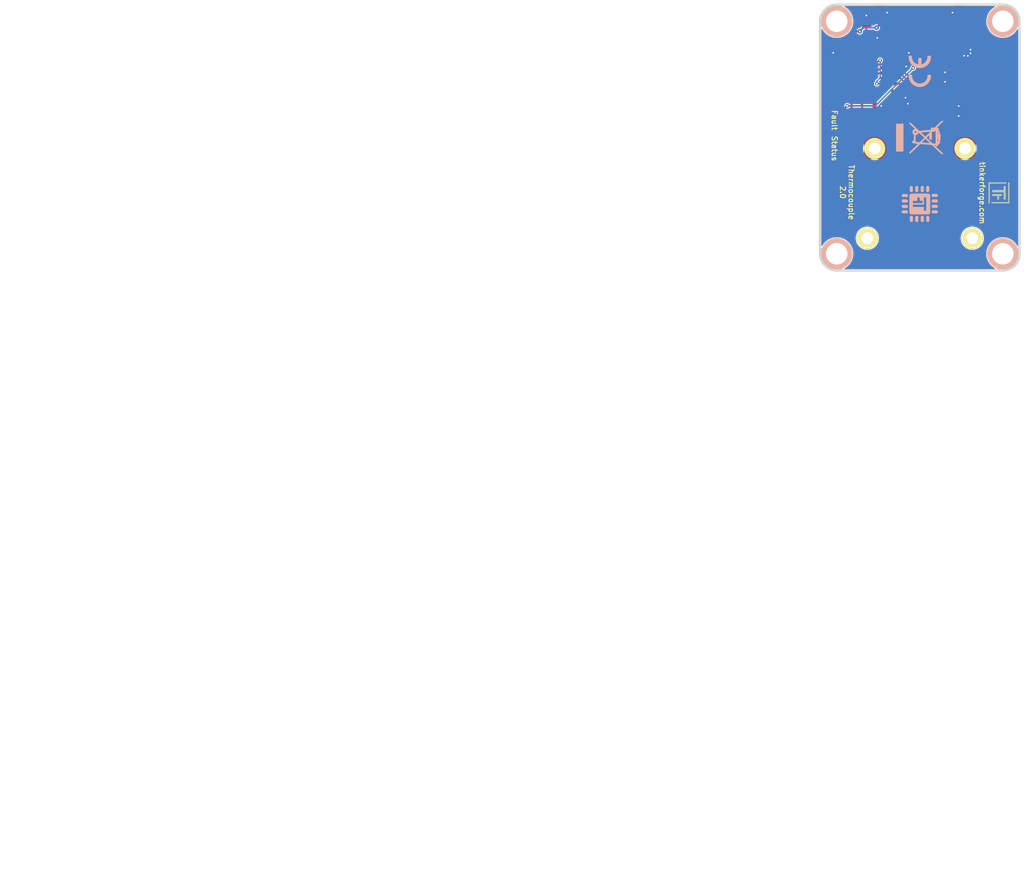
<source format=kicad_pcb>
(kicad_pcb (version 20211014) (generator pcbnew)
  (title_block (title "Thermocouple Bricklet 2.0") (date "2023-01-27") (rev "2.0") (company "Tinkerforge GmbH") (comment 1 "Licensed under CERN OHL v.1.1") (comment 2 "Copyright (©) 2023, T.Schneidermann <tim@tinkerforge.com>"))
  (layers (0 "F.Cu" signal "Vorderseite") (31 "B.Cu" signal "Rückseite") (34 "B.Paste" user) (35 "F.Paste" user) (36 "B.SilkS" user "B.Silkscreen") (37 "F.SilkS" user "F.Silkscreen") (38 "B.Mask" user) (39 "F.Mask" user) (44 "Edge.Cuts" user))
  (net 0 "")
  (net 1 "GND")
  (net 2 "VCC")
  (net 3 "Net-(C104-Pad1)")
  (net 4 "Net-(C105-Pad1)")
  (net 5 "Net-(D101-Pad1)")
  (net 6 "Net-(D101-Pad2)")
  (net 7 "Net-(J101-Pad2)")
  (net 8 "Net-(R102-Pad2)")
  (net 9 "Net-(RP101-Pad1)")
  (net 10 "Net-(RP101-Pad2)")
  (net 11 "Net-(RP101-Pad3)")
  (net 12 "Net-(RP101-Pad4)")
  (net 13 "Net-(J101-Pad1)")
  (net 14 "Net-(C1-Pad1)")
  (net 15 "Net-(D1-Pad2)")
  (net 16 "Net-(P1-Pad1)")
  (net 17 "Net-(P1-Pad4)")
  (net 18 "Net-(P1-Pad5)")
  (net 19 "Net-(P1-Pad6)")
  (net 20 "Net-(P2-Pad1)")
  (net 21 "Net-(P3-Pad2)")
  (net 22 "Net-(R1-Pad1)")
  (net 23 "S-MISO")
  (net 24 "S-MOSI")
  (net 25 "S-CLK")
  (net 26 "S-CS")
  (net 27 "M-MOSI")
  (net 28 "M-MISO")
  (net 29 "M-CLK")
  (net 30 "M-CS")
  (net 31 "Net-(U1-Pad2)")
  (net 32 "Net-(U1-Pad3)")
  (net 33 "Net-(U1-Pad5)")
  (net 34 "Net-(U1-Pad6)")
  (net 35 "Net-(U1-Pad8)")
  (net 36 "Net-(U1-Pad11)")
  (net 37 "Net-(U1-Pad12)")
  (net 38 "Net-(U1-Pad14)")
  (net 39 "Net-(U1-Pad16)")
  (net 40 "Net-(U1-Pad21)")
  (net 41 "Net-(U102-Pad6)")
  (net 42 "Net-(U102-Pad7)")
  (net 43 "Net-(U1-Pad7)")
  (footprint "kicad-libraries:Fiducial_Mark" (layer "F.Cu") (at 162 74.5 -90)
    (fp_text reference "Fiducial_Mark" hide)
    (fp_text value "VAL**" hide)
    (pad "1" smd circle locked (at 0 0 270) (size 1.00076 1.00076) (layers "F.Cu" "F.Paste" "F.Mask") (clearance 0.65024))
  )
  (footprint "kicad-libraries:Fiducial_Mark" (layer "F.Cu") (at 163.5 99.5 -90)
    (fp_text reference "Fiducial_Mark" hide)
    (fp_text value "VAL**" hide)
    (pad "1" smd circle locked (at 0 0 270) (size 1.00076 1.00076) (layers "F.Cu" "F.Paste" "F.Mask") (clearance 0.65024))
  )
  (footprint "kicad-libraries:Fiducial_Mark" (layer "F.Cu") (at 138.5 99.5 -90)
    (fp_text reference "Fiducial_Mark" hide)
    (fp_text value "VAL**" hide)
    (pad "1" smd circle locked (at 0 0 270) (size 1.00076 1.00076) (layers "F.Cu" "F.Paste" "F.Mask") (clearance 0.65024))
  )
  (footprint "kicad-libraries:PCC_SMP" (layer "F.Cu") (at 151 94.9 180)
    (fp_text reference "J101")
    (fp_text value "THERM")
    (pad "" thru_hole circle locked (at 7.9 -6.75 180) (size 3.2 3.2) (drill 1.77) (layers *.Cu *.Mask "F.SilkS"))
    (pad "" thru_hole circle locked (at -7.9 -6.75 180) (size 3.2 3.2) (drill 1.77) (layers *.Cu *.Mask "F.SilkS"))
    (pad "1" thru_hole circle locked (at -6.8 6.75 180) (size 3.2 3.2) (drill 1.77) (layers *.Cu *.Mask "F.SilkS") (net 13 "Net-(J101-Pad1)"))
    (pad "2" thru_hole circle locked (at 6.8 6.75 180) (size 3.2 3.2) (drill 1.77) (layers *.Cu *.Mask "F.SilkS") (net 7 "Net-(J101-Pad2)"))
  )
  (footprint "kicad-libraries:0603X4" (layer "F.Cu") (at 146.4 77.2 -90)
    (fp_text reference "RP101")
    (fp_text value "100")
    (pad "1" smd rect locked (at 1.19888 -0.8509 270) (size 0.44958 0.89916) (layers "F.Cu" "F.Paste" "F.Mask") (net 9 "Net-(RP101-Pad1)"))
    (pad "2" smd rect locked (at 0.39878 -0.8509 270) (size 0.44958 0.89916) (layers "F.Cu" "F.Paste" "F.Mask") (net 10 "Net-(RP101-Pad2)"))
    (pad "3" smd rect locked (at -0.39878 -0.8509 270) (size 0.44958 0.89916) (layers "F.Cu" "F.Paste" "F.Mask") (net 11 "Net-(RP101-Pad3)"))
    (pad "4" smd rect locked (at -1.19888 -0.8509 270) (size 0.44958 0.89916) (layers "F.Cu" "F.Paste" "F.Mask") (net 12 "Net-(RP101-Pad4)"))
    (pad "5" smd rect locked (at -1.19888 0.8509 270) (size 0.44958 0.89916) (layers "F.Cu" "F.Paste" "F.Mask") (net 27 "M-MOSI"))
    (pad "6" smd rect locked (at -0.39878 0.8509 270) (size 0.44958 0.89916) (layers "F.Cu" "F.Paste" "F.Mask") (net 28 "M-MISO"))
    (pad "7" smd rect locked (at 0.39878 0.8509 270) (size 0.44958 0.89916) (layers "F.Cu" "F.Paste" "F.Mask") (net 29 "M-CLK"))
    (pad "8" smd rect locked (at 1.19888 0.8509 270) (size 0.44958 0.89916) (layers "F.Cu" "F.Paste" "F.Mask") (net 30 "M-CS"))
  )
  (footprint "kicad-libraries:TSSOP14" (layer "F.Cu") (at 151.3 77.7)
    (fp_text reference "U102")
    (fp_text value "MAX31856")
    (pad "1" smd rect locked (at -1.94818 2.79908 180) (size 0.29972 1.5494) (layers "F.Cu" "F.Paste" "F.Mask") (net 1 "GND"))
    (pad "2" smd rect locked (at -1.29794 2.79908 180) (size 0.29972 1.5494) (layers "F.Cu" "F.Paste" "F.Mask") (net 8 "Net-(R102-Pad2)"))
    (pad "3" smd rect locked (at -0.6477 2.79908 180) (size 0.29972 1.5494) (layers "F.Cu" "F.Paste" "F.Mask") (net 3 "Net-(C104-Pad1)"))
    (pad "4" smd rect locked (at 0 2.79908 180) (size 0.29972 1.5494) (layers "F.Cu" "F.Paste" "F.Mask") (net 4 "Net-(C105-Pad1)"))
    (pad "5" smd rect locked (at 0.6477 2.79908 180) (size 0.29972 1.5494) (layers "F.Cu" "F.Paste" "F.Mask") (net 2 "VCC"))
    (pad "6" smd rect locked (at 1.29794 2.79908 180) (size 0.29972 1.5494) (layers "F.Cu" "F.Paste" "F.Mask") (net 41 "Net-(U102-Pad6)"))
    (pad "7" smd rect locked (at 1.94818 2.79908 180) (size 0.29972 1.5494) (layers "F.Cu" "F.Paste" "F.Mask") (net 42 "Net-(U102-Pad7)"))
    (pad "8" smd rect locked (at 1.94818 -2.79908) (size 0.29972 1.5494) (layers "F.Cu" "F.Paste" "F.Mask") (net 2 "VCC"))
    (pad "9" smd rect locked (at 1.29794 -2.79908) (size 0.29972 1.5494) (layers "F.Cu" "F.Paste" "F.Mask") (net 9 "Net-(RP101-Pad1)"))
    (pad "10" smd rect locked (at 0.6477 -2.79908) (size 0.29972 1.5494) (layers "F.Cu" "F.Paste" "F.Mask") (net 10 "Net-(RP101-Pad2)"))
    (pad "11" smd rect locked (at 0 -2.79908) (size 0.29972 1.5494) (layers "F.Cu" "F.Paste" "F.Mask") (net 11 "Net-(RP101-Pad3)"))
    (pad "12" smd rect locked (at -0.6477 -2.79908) (size 0.29972 1.5494) (layers "F.Cu" "F.Paste" "F.Mask") (net 12 "Net-(RP101-Pad4)"))
    (pad "13" smd rect locked (at -1.29794 -2.79908) (size 0.29972 1.5494) (layers "F.Cu" "F.Paste" "F.Mask") (net 6 "Net-(D101-Pad2)"))
    (pad "14" smd rect locked (at -1.94818 -2.79908) (size 0.29972 1.5494) (layers "F.Cu" "F.Paste" "F.Mask") (net 1 "GND"))
  )
  (footprint "kicad-libraries:DRILL_NP" (layer "F.Cu") (at 163.5 69 -90)
    (fp_text reference "U103" hide)
    (fp_text value "DRILL" hide)
    (pad "" np_thru_hole circle (at 0 0 270) (size 3.2 3.2) (drill 3.2) (layers F&B.Cu *.Mask) (clearance 0.89))
  )
  (footprint "kicad-libraries:DRILL_NP" (layer "F.Cu") (at 138.5 69 -90)
    (fp_text reference "U104" hide)
    (fp_text value "DRILL" hide)
    (pad "" np_thru_hole circle (at 0 0 270) (size 3.2 3.2) (drill 3.2) (layers F&B.Cu *.Mask) (clearance 0.89))
  )
  (footprint "kicad-libraries:DRILL_NP" (layer "F.Cu") (at 138.5 104 -90)
    (fp_text reference "U105" hide)
    (fp_text value "DRILL" hide)
    (pad "" np_thru_hole circle (at 0 0 270) (size 3.2 3.2) (drill 3.2) (layers F&B.Cu *.Mask) (clearance 0.89))
  )
  (footprint "kicad-libraries:DRILL_NP" (layer "F.Cu") (at 163.5 104 -90)
    (fp_text reference "U106" hide)
    (fp_text value "DRILL" hide)
    (pad "" np_thru_hole circle (at 0 0 270) (size 3.2 3.2) (drill 3.2) (layers F&B.Cu *.Mask) (clearance 0.89))
  )
  (footprint "kicad-libraries:Logo_31x31" (layer "F.Cu") (at 164.5 93.25 -90)
    (fp_text reference "G***" hide)
    (fp_text value "Logo_31x31" hide)
  )
  (footprint "kicad-libraries:C0603F" (layer "F.Cu") (at 154.8 75.2 -90)
    (fp_text reference "C102")
    (fp_text value "100nF")
    (pad "1" smd rect locked (at -0.75 0 270) (size 0.9 0.9) (layers "F.Cu" "F.Paste" "F.Mask") (net 2 "VCC"))
    (pad "2" smd rect locked (at 0.75 0 270) (size 0.9 0.9) (layers "F.Cu" "F.Paste" "F.Mask") (net 1 "GND"))
  )
  (footprint "kicad-libraries:C0603F" (layer "F.Cu") (at 154.8 79.6 90)
    (fp_text reference "C103")
    (fp_text value "100nF")
    (pad "1" smd rect locked (at -0.75 0 90) (size 0.9 0.9) (layers "F.Cu" "F.Paste" "F.Mask") (net 2 "VCC"))
    (pad "2" smd rect locked (at 0.75 0 90) (size 0.9 0.9) (layers "F.Cu" "F.Paste" "F.Mask") (net 1 "GND"))
  )
  (footprint "kicad-libraries:C0603F" (layer "F.Cu") (at 146 82.5 180)
    (fp_text reference "C104")
    (fp_text value "10nF")
    (pad "1" smd rect locked (at -0.75 0 180) (size 0.9 0.9) (layers "F.Cu" "F.Paste" "F.Mask") (net 3 "Net-(C104-Pad1)"))
    (pad "2" smd rect locked (at 0.75 0 180) (size 0.9 0.9) (layers "F.Cu" "F.Paste" "F.Mask") (net 1 "GND"))
  )
  (footprint "kicad-libraries:C0603F" (layer "F.Cu") (at 151 82.4 180)
    (fp_text reference "C105")
    (fp_text value "10nF")
    (pad "1" smd rect locked (at -0.75 0 180) (size 0.9 0.9) (layers "F.Cu" "F.Paste" "F.Mask") (net 4 "Net-(C105-Pad1)"))
    (pad "2" smd rect locked (at 0.75 0 180) (size 0.9 0.9) (layers "F.Cu" "F.Paste" "F.Mask") (net 3 "Net-(C104-Pad1)"))
  )
  (footprint "kicad-libraries:C0603F" (layer "F.Cu") (at 156.1 82.5 180)
    (fp_text reference "C106")
    (fp_text value "10nF")
    (pad "1" smd rect locked (at -0.75 0 180) (size 0.9 0.9) (layers "F.Cu" "F.Paste" "F.Mask") (net 1 "GND"))
    (pad "2" smd rect locked (at 0.75 0 180) (size 0.9 0.9) (layers "F.Cu" "F.Paste" "F.Mask") (net 4 "Net-(C105-Pad1)"))
  )
  (footprint "kicad-libraries:D0603F" (layer "F.Cu") (at 139.4 83.9 90)
    (fp_text reference "D101")
    (fp_text value "red")
    (pad "1" smd rect locked (at -0.75 0 90) (size 0.9 0.9) (layers "F.Cu" "F.Paste" "F.Mask") (net 5 "Net-(D101-Pad1)"))
    (pad "2" smd rect locked (at 0.75 0 90) (size 0.9 0.9) (layers "F.Cu" "F.Paste" "F.Mask") (net 6 "Net-(D101-Pad2)"))
  )
  (footprint "kicad-libraries:DEBUG_PAD" (layer "F.Cu") (at 141.8 78.5 -90)
    (fp_text reference "P2")
    (fp_text value "DEBUG")
    (pad "1" smd circle locked (at 0 0 270) (size 0.7 0.7) (layers "F.Cu" "F.Paste" "F.Mask") (net 20 "Net-(P2-Pad1)"))
  )
  (footprint "kicad-libraries:SolderJumper" (layer "F.Cu") (at 143 69.2 -90)
    (fp_text reference "P3")
    (fp_text value "BOOT")
    (pad "1" smd rect locked (at -0.225 -0.55 270) (size 0.95 0.3) (layers "F.Cu" "F.Mask") (net 1 "GND"))
    (pad "1" smd rect locked (at -0.5 0 270) (size 0.4 1.4) (layers "F.Cu" "F.Mask") (net 1 "GND"))
    (pad "1" smd rect locked (at -0.225 0.55 270) (size 0.95 0.3) (layers "F.Cu" "F.Mask") (net 1 "GND"))
    (pad "2" smd rect locked (at 0.55 0 270) (size 0.3 1.4) (layers "F.Cu" "F.Mask") (net 21 "Net-(P3-Pad2)"))
    (pad "2" smd rect locked (at 0.15 0 270) (size 0.6 0.5) (layers "F.Cu" "F.Mask") (net 21 "Net-(P3-Pad2)"))
  )
  (footprint "kicad-libraries:R0603F" (layer "F.Cu") (at 140.7 83.9 90)
    (fp_text reference "R101")
    (fp_text value "1k")
    (pad "1" smd rect locked (at -0.75 0 90) (size 0.9 0.9) (layers "F.Cu" "F.Paste" "F.Mask") (net 5 "Net-(D101-Pad1)"))
    (pad "2" smd rect locked (at 0.75 0 90) (size 0.9 0.9) (layers "F.Cu" "F.Paste" "F.Mask") (net 2 "VCC"))
  )
  (footprint "kicad-libraries:R1206" (layer "F.Cu") (at 145.7 80.1)
    (fp_text reference "R102")
    (fp_text value "20k")
    (pad "1" smd rect locked (at -1.50114 0) (size 1.00076 1.6002) (layers "F.Cu" "F.Paste" "F.Mask") (net 7 "Net-(J101-Pad2)"))
    (pad "2" smd rect locked (at 1.50114 0) (size 1.00076 1.6002) (layers "F.Cu" "F.Paste" "F.Mask") (net 8 "Net-(R102-Pad2)"))
  )
  (footprint "kicad-libraries:R1206" (layer "F.Cu") (at 148.5 84 90)
    (fp_text reference "R103")
    (fp_text value "100")
    (pad "1" smd rect locked (at -1.50114 0 90) (size 1.00076 1.6002) (layers "F.Cu" "F.Paste" "F.Mask") (net 7 "Net-(J101-Pad2)"))
    (pad "2" smd rect locked (at 1.50114 0 90) (size 1.00076 1.6002) (layers "F.Cu" "F.Paste" "F.Mask") (net 3 "Net-(C104-Pad1)"))
  )
  (footprint "kicad-libraries:R1206" (layer "F.Cu") (at 153.5 84 90)
    (fp_text reference "R104")
    (fp_text value "100")
    (pad "1" smd rect locked (at -1.50114 0 90) (size 1.00076 1.6002) (layers "F.Cu" "F.Paste" "F.Mask") (net 13 "Net-(J101-Pad1)"))
    (pad "2" smd rect locked (at 1.50114 0 90) (size 1.00076 1.6002) (layers "F.Cu" "F.Paste" "F.Mask") (net 4 "Net-(C105-Pad1)"))
  )
  (footprint "kicad-libraries:QFN24-4x4mm-0.5mm" (layer "F.Cu") (at 142 74.5 -90)
    (fp_text reference "U1")
    (fp_text value "XMC1100")
    (pad "1" smd oval locked (at -2.025 -1.25 270) (size 1 0.3) (layers "F.Cu" "F.Paste" "F.Mask") (net 23 "S-MISO"))
    (pad "2" smd oval locked (at -2.025 -0.75 270) (size 1 0.3) (layers "F.Cu" "F.Paste" "F.Mask") (net 31 "Net-(U1-Pad2)"))
    (pad "3" smd oval locked (at -2.025 -0.25 270) (size 1 0.3) (layers "F.Cu" "F.Paste" "F.Mask") (net 32 "Net-(U1-Pad3)"))
    (pad "4" smd oval locked (at -2.025 0.25 270) (size 1 0.3) (layers "F.Cu" "F.Paste" "F.Mask") (net 21 "Net-(P3-Pad2)"))
    (pad "5" smd oval locked (at -2.025 0.75 270) (size 1 0.3) (layers "F.Cu" "F.Paste" "F.Mask") (net 33 "Net-(U1-Pad5)"))
    (pad "6" smd oval locked (at -2.025 1.25 270) (size 1 0.3) (layers "F.Cu" "F.Paste" "F.Mask") (net 34 "Net-(U1-Pad6)"))
    (pad "7" smd oval locked (at -1.25 2.025) (size 1 0.3) (layers "F.Cu" "F.Paste" "F.Mask") (net 43 "Net-(U1-Pad7)"))
    (pad "8" smd oval locked (at -0.75 2.025) (size 1 0.3) (layers "F.Cu" "F.Paste" "F.Mask") (net 35 "Net-(U1-Pad8)"))
    (pad "9" smd oval locked (at -0.25 2.025) (size 1 0.3) (layers "F.Cu" "F.Paste" "F.Mask") (net 1 "GND"))
    (pad "10" smd oval locked (at 0.25 2.025) (size 1 0.3) (layers "F.Cu" "F.Paste" "F.Mask") (net 2 "VCC"))
    (pad "11" smd oval locked (at 0.75 2.025) (size 1 0.3) (layers "F.Cu" "F.Paste" "F.Mask") (net 36 "Net-(U1-Pad11)"))
    (pad "12" smd oval locked (at 1.25 2.025) (size 1 0.3) (layers "F.Cu" "F.Paste" "F.Mask") (net 37 "Net-(U1-Pad12)"))
    (pad "13" smd oval locked (at 2.025 1.25 270) (size 1 0.3) (layers "F.Cu" "F.Paste" "F.Mask") (net 22 "Net-(R1-Pad1)"))
    (pad "14" smd oval locked (at 2.025 0.75 270) (size 1 0.3) (layers "F.Cu" "F.Paste" "F.Mask") (net 38 "Net-(U1-Pad14)"))
    (pad "15" smd oval locked (at 2.025 0.25 270) (size 1 0.3) (layers "F.Cu" "F.Paste" "F.Mask") (net 20 "Net-(P2-Pad1)"))
    (pad "16" smd oval locked (at 2.025 -0.25 270) (size 1 0.3) (layers "F.Cu" "F.Paste" "F.Mask") (net 39 "Net-(U1-Pad16)"))
    (pad "17" smd oval locked (at 2.025 -0.75 270) (size 1 0.3) (layers "F.Cu" "F.Paste" "F.Mask") (net 28 "M-MISO"))
    (pad "18" smd oval locked (at 2.025 -1.25 270) (size 1 0.3) (layers "F.Cu" "F.Paste" "F.Mask") (net 27 "M-MOSI"))
    (pad "19" smd oval locked (at 1.25 -2.025) (size 1 0.3) (layers "F.Cu" "F.Paste" "F.Mask") (net 29 "M-CLK"))
    (pad "20" smd oval locked (at 0.75 -2.025) (size 1 0.3) (layers "F.Cu" "F.Paste" "F.Mask") (net 30 "M-CS"))
    (pad "21" smd oval locked (at 0.25 -2.025) (size 1 0.3) (layers "F.Cu" "F.Paste" "F.Mask") (net 40 "Net-(U1-Pad21)"))
    (pad "22" smd oval locked (at -0.25 -2.025) (size 1 0.3) (layers "F.Cu" "F.Paste" "F.Mask") (net 26 "S-CS"))
    (pad "23" smd oval locked (at -0.75 -2.025) (size 1 0.3) (layers "F.Cu" "F.Paste" "F.Mask") (net 25 "S-CLK"))
    (pad "24" smd oval locked (at -1.25 -2.025) (size 1 0.3) (layers "F.Cu" "F.Paste" "F.Mask") (net 24 "S-MOSI"))
    (pad "EXP" smd rect locked (at 0.65 -0.65 270) (size 1.3 1.3) (layers "F.Cu" "F.Paste" "F.Mask") (net 1 "GND"))
    (pad "EXP" smd rect locked (at 0.65 0.65 270) (size 1.3 1.3) (layers "F.Cu" "F.Paste" "F.Mask") (net 1 "GND"))
    (pad "EXP" smd rect locked (at -0.65 -0.65 270) (size 1.3 1.3) (layers "F.Cu" "F.Paste" "F.Mask") (net 1 "GND"))
    (pad "EXP" smd rect locked (at -0.65 0.65 270) (size 1.3 1.3) (layers "F.Cu" "F.Paste" "F.Mask") (net 1 "GND"))
  )
  (footprint "kicad-libraries:C0402F" (layer "F.Cu") (at 145.7 71.5 180)
    (fp_text reference "C1")
    (fp_text value "220pF")
    (pad "1" smd rect locked (at -0.5 0 180) (size 0.6 0.7) (layers "F.Cu" "F.Paste" "F.Mask") (net 14 "Net-(C1-Pad1)"))
    (pad "2" smd rect locked (at 0.5 0 180) (size 0.6 0.7) (layers "F.Cu" "F.Paste" "F.Mask") (net 1 "GND"))
  )
  (footprint "kicad-libraries:C0805" (layer "F.Cu") (at 156.3 72.5 -90)
    (fp_text reference "C2")
    (fp_text value "10uF")
    (pad "1" smd rect locked (at -1.00076 0 270) (size 1.00076 1.24968) (layers "F.Cu" "F.Paste" "F.Mask") (net 2 "VCC") (clearance 0.14986))
    (pad "2" smd rect locked (at 1.00076 0 270) (size 1.00076 1.24968) (layers "F.Cu" "F.Paste" "F.Mask") (net 1 "GND") (clearance 0.14986))
  )
  (footprint "kicad-libraries:C0603F" (layer "F.Cu") (at 157.9 72.7 -90)
    (fp_text reference "C3")
    (fp_text value "1uF")
    (pad "1" smd rect locked (at -0.75 0 270) (size 0.9 0.9) (layers "F.Cu" "F.Paste" "F.Mask") (net 2 "VCC"))
    (pad "2" smd rect locked (at 0.75 0 270) (size 0.9 0.9) (layers "F.Cu" "F.Paste" "F.Mask") (net 1 "GND"))
  )
  (footprint "kicad-libraries:C0603F" (layer "F.Cu") (at 138.7 74.5 90)
    (fp_text reference "C4")
    (fp_text value "100nF")
    (pad "1" smd rect locked (at -0.75 0 90) (size 0.9 0.9) (layers "F.Cu" "F.Paste" "F.Mask") (net 2 "VCC"))
    (pad "2" smd rect locked (at 0.75 0 90) (size 0.9 0.9) (layers "F.Cu" "F.Paste" "F.Mask") (net 1 "GND"))
  )
  (footprint "kicad-libraries:D0603F" (layer "F.Cu") (at 139.4 88.2 -90)
    (fp_text reference "D1")
    (fp_text value "blue")
    (pad "1" smd rect locked (at -0.75 0 270) (size 0.9 0.9) (layers "F.Cu" "F.Paste" "F.Mask") (net 2 "VCC"))
    (pad "2" smd rect locked (at 0.75 0 270) (size 0.9 0.9) (layers "F.Cu" "F.Paste" "F.Mask") (net 15 "Net-(D1-Pad2)"))
  )
  (footprint "kicad-libraries:CON-SENSOR2" (layer "F.Cu") (at 151 66.5 180)
    (fp_text reference "P1")
    (fp_text value "CON-SENSOR2")
    (pad "1" smd rect locked (at -3.75 -4.6 180) (size 0.6 1.8) (layers "F.Cu" "F.Paste" "F.Mask") (net 16 "Net-(P1-Pad1)"))
    (pad "2" smd rect locked (at -2.5 -4.6 180) (size 0.6 1.8) (layers "F.Cu" "F.Paste" "F.Mask") (net 1 "GND"))
    (pad "3" smd rect locked (at -1.25 -4.6 180) (size 0.6 1.8) (layers "F.Cu" "F.Paste" "F.Mask") (net 2 "VCC"))
    (pad "4" smd rect locked (at 0 -4.6 180) (size 0.6 1.8) (layers "F.Cu" "F.Paste" "F.Mask") (net 17 "Net-(P1-Pad4)"))
    (pad "5" smd rect locked (at 1.25 -4.6 180) (size 0.6 1.8) (layers "F.Cu" "F.Paste" "F.Mask") (net 18 "Net-(P1-Pad5)"))
    (pad "6" smd rect locked (at 2.5 -4.6 180) (size 0.6 1.8) (layers "F.Cu" "F.Paste" "F.Mask") (net 19 "Net-(P1-Pad6)"))
    (pad "7" smd rect locked (at 3.75 -4.6 180) (size 0.6 1.8) (layers "F.Cu" "F.Paste" "F.Mask") (net 14 "Net-(C1-Pad1)"))
    (pad "EP" smd rect locked (at -5.9 -1.2 180) (size 1.4 2.4) (layers "F.Cu" "F.Paste" "F.Mask") (net 1 "GND"))
    (pad "EP" smd rect locked (at 5.9 -1.2 180) (size 1.4 2.4) (layers "F.Cu" "F.Paste" "F.Mask") (net 1 "GND"))
  )
  (footprint "kicad-libraries:R0603F" (layer "F.Cu") (at 140.7 88.2 -90)
    (fp_text reference "R1")
    (fp_text value "1k")
    (pad "1" smd rect locked (at -0.75 0 270) (size 0.9 0.9) (layers "F.Cu" "F.Paste" "F.Mask") (net 22 "Net-(R1-Pad1)"))
    (pad "2" smd rect locked (at 0.75 0 270) (size 0.9 0.9) (layers "F.Cu" "F.Paste" "F.Mask") (net 15 "Net-(D1-Pad2)"))
  )
  (footprint "kicad-libraries:4X0402" (layer "F.Cu") (at 146.7 73.4 90)
    (fp_text reference "RP1")
    (fp_text value "82")
    (pad "1" smd rect locked (at -0.7493 0.575 270) (size 0.29972 0.65) (layers "F.Cu" "F.Paste" "F.Mask") (net 17 "Net-(P1-Pad4)"))
    (pad "2" smd rect locked (at -0.24892 0.575 270) (size 0.29972 0.65) (layers "F.Cu" "F.Paste" "F.Mask") (net 18 "Net-(P1-Pad5)"))
    (pad "3" smd rect locked (at 0.24892 0.575 270) (size 0.29972 0.65) (layers "F.Cu" "F.Paste" "F.Mask") (net 19 "Net-(P1-Pad6)"))
    (pad "4" smd rect locked (at 0.7493 0.575 270) (size 0.29972 0.65) (layers "F.Cu" "F.Paste" "F.Mask") (net 14 "Net-(C1-Pad1)"))
    (pad "5" smd rect locked (at 0.7493 -0.575 90) (size 0.29972 0.65) (layers "F.Cu" "F.Paste" "F.Mask") (net 23 "S-MISO"))
    (pad "6" smd rect locked (at 0.24892 -0.575 90) (size 0.29972 0.65) (layers "F.Cu" "F.Paste" "F.Mask") (net 24 "S-MOSI"))
    (pad "7" smd rect locked (at -0.24892 -0.575 90) (size 0.29972 0.65) (layers "F.Cu" "F.Paste" "F.Mask") (net 25 "S-CLK"))
    (pad "8" smd rect locked (at -0.7493 -0.575 90) (size 0.29972 0.65) (layers "F.Cu" "F.Paste" "F.Mask") (net 26 "S-CS"))
  )
  (footprint "kicad-libraries:CE_5mm" (layer "B.Cu") (at 151 76.5 90)
    (fp_text reference "VAL" hide)
    (fp_text value "CE_5mm" hide)
  )
  (footprint "kicad-libraries:WEEE_7mm" (layer "B.Cu") (at 151 86.5 90)
    (fp_text reference "G***" hide)
    (fp_text value "LOGO" hide)
  )
  (footprint "kicad-libraries:Logo_CoMCU" (layer "B.Cu") (at 151 96.5 90)
    (fp_text reference "G***" hide)
    (fp_text value "LOGO" hide)
  )
  (gr_line (start 136 104) (end 136 69) (layer "Edge.Cuts") (width 0.381))
  (gr_line (start 166 69) (end 166 104) (layer "Edge.Cuts") (width 0.381))
  (gr_arc (start 166 104) (mid 165.267767 105.767767) (end 163.5 106.5) (layer "Edge.Cuts") (width 0.381))
  (gr_arc (start 163.5 66.5) (mid 165.267767 67.232233) (end 166 69) (layer "Edge.Cuts") (width 0.381))
  (gr_line (start 163.5 106.5) (end 138.5 106.5) (layer "Edge.Cuts") (width 0.381))
  (gr_arc (start 138.5 106.5) (mid 136.732233 105.767767) (end 136 104) (layer "Edge.Cuts") (width 0.381))
  (gr_line (start 138.5 66.5) (end 163.5 66.5) (layer "Edge.Cuts") (width 0.381))
  (gr_arc (start 136 69) (mid 136.732233 67.232233) (end 138.5 66.5) (layer "Edge.Cuts") (width 0.381))
  (gr_text "Status" (at 138.16 88.15 270) (layer "F.SilkS") (effects (font (size 0.8 0.8) (thickness 0.14986))))
  (gr_text "Thermocouple\n2.0" (at 140.05 94.75 270) (layer "F.SilkS") (effects (font (size 0.8 0.8))))
  (gr_text "Fault" (at 138.16 83.89 270) (layer "F.SilkS") (effects (font (size 0.8 0.8) (thickness 0.14986))))
  (gr_text "tinkerforge.com" (at 160.4 94.85 270) (layer "F.SilkS") (effects (font (size 0.8001 0.8001) (thickness 0.14986))))
  (segment (start 149.35182 75.39818) (end 148.95 75.8) (width 0.29972) (layer "F.Cu") (net 1))
  (segment (start 149.35182 73.75182) (end 149.35 73.75) (width 0.29972) (layer "F.Cu") (net 1))
  (segment (start 149.35182 81.24818) (end 149.2 81.4) (width 0.29972) (layer "F.Cu") (net 1))
  (segment (start 148.85092 80.49908) (end 148.85 80.5) (width 0.29972) (layer "F.Cu") (net 1))
  (segment (start 145.1999 81.7501) (end 145.2 81.75) (width 0.59944) (layer "F.Cu") (net 1))
  (segment (start 156.8501 81.7501) (end 156.85 81.75) (width 0.59944) (layer "F.Cu") (net 1))
  (segment (start 156.8501 83.2499) (end 156.85 83.25) (width 0.59944) (layer "F.Cu") (net 1))
  (segment (start 142.65 75.15) (end 141.35 75.15) (width 0.2) (layer "F.Cu") (net 1))
  (segment (start 141.35 75.15) (end 141.35 73.85) (width 0.2) (layer "F.Cu") (net 1))
  (segment (start 141.35 73.85) (end 142.65 73.85) (width 0.2) (layer "F.Cu") (net 1))
  (segment (start 140.95 74.25) (end 141.35 73.85) (width 0.2) (layer "F.Cu") (net 1))
  (segment (start 153.5 72.79) (end 154.23076 73.52076) (width 0.55) (layer "F.Cu") (net 1))
  (segment (start 154.23076 73.52076) (end 156.29 73.52076) (width 0.55) (layer "F.Cu") (net 1))
  (segment (start 157.82924 73.52076) (end 157.9 73.45) (width 0.55) (layer "F.Cu") (net 1))
  (segment (start 157.9 73.95) (end 157.67 74.18) (width 0.55) (layer "F.Cu") (net 1))
  (segment (start 158.23 74.2) (end 157.9 73.87) (width 0.55) (layer "F.Cu") (net 1))
  (segment (start 158.26 73.45) (end 158.63 73.82) (width 0.55) (layer "F.Cu") (net 1))
  (segment (start 158.44 73.45) (end 158.63 73.26) (width 0.55) (layer "F.Cu") (net 1))
  (segment (start 158.61 73.82) (end 158.23 74.2) (width 0.55) (layer "F.Cu") (net 1))
  (segment (start 157.69 74.2) (end 157.67 74.18) (width 0.55) (layer "F.Cu") (net 1))
  (segment (start 158.09 73.26) (end 157.9 73.45) (width 0.55) (layer "F.Cu") (net 1))
  (segment (start 139.2 74.25) (end 138.7 73.75) (width 0.25) (layer "F.Cu") (net 1))
  (segment (start 142.4 68.82) (end 142.55 68.67) (width 0.2) (layer "F.Cu") (net 1))
  (segment (start 142.55 68.67) (end 142.89 68.67) (width 0.2) (layer "F.Cu") (net 1))
  (segment (start 142.89 68.67) (end 142.95 68.66) (width 0.2) (layer "F.Cu") (net 1))
  (segment (start 143.5 68.78) (end 143.39 68.67) (width 0.2) (layer "F.Cu") (net 1))
  (segment (start 143.39 68.67) (end 142.94 68.67) (width 0.2) (layer "F.Cu") (net 1))
  (segment (start 142.94 68.67) (end 142.95 68.66) (width 0.2) (layer "F.Cu") (net 1))
  (segment (start 154.8 78.85) (end 154.8 78.12) (width 0.55) (layer "F.Cu") (net 1))
  (segment (start 142.4 68.935) (end 142.4 68.82) (width 0.2) (layer "F.Cu") (net 1))
  (segment (start 142.95 68.66) (end 142.95 68.13) (width 0.25) (layer "F.Cu") (net 1))
  (segment (start 149.35182 80.49908) (end 148.85092 80.49908) (width 0.29972) (layer "F.Cu") (net 1))
  (segment (start 154.8 75.95) (end 154.8 76.68) (width 0.55) (layer "F.Cu") (net 1))
  (segment (start 156.9 67.7) (end 155.92 67.7) (width 0.55) (layer "F.Cu") (net 1))
  (segment (start 156.29 73.52076) (end 157.82924 73.52076) (width 0.55) (layer "F.Cu") (net 1))
  (segment (start 156.8501 82.5) (end 156.8501 83.2499) (width 0.59944) (layer "F.Cu") (net 1))
  (segment (start 139.975 74.25) (end 140.95 74.25) (width 0.2) (layer "F.Cu") (net 1))
  (segment (start 149.35182 80.49908) (end 149.35182 81.24818) (width 0.29972) (layer "F.Cu") (net 1))
  (segment (start 149.35182 74.90092) (end 149.35182 75.39818) (width 0.29972) (layer "F.Cu") (net 1))
  (segment (start 145.1999 82.5) (end 145.1999 81.7501) (width 0.59944) (layer "F.Cu") (net 1))
  (segment (start 142.65 73.85) (end 142.65 75.15) (width 0.2) (layer "F.Cu") (net 1))
  (segment (start 145.2 71.5) (end 144.6 71.5) (width 0.55) (layer "F.Cu") (net 1))
  (segment (start 158.23 74.2) (end 157.69 74.2) (width 0.55) (layer "F.Cu") (net 1))
  (segment (start 138.7 73.75) (end 137.97 73.75) (width 0.55) (layer "F.Cu") (net 1))
  (segment (start 143.5 68.935) (end 143.5 68.78) (width 0.2) (layer "F.Cu") (net 1))
  (segment (start 158.44 73.45) (end 157.9 73.45) (width 0.55) (layer "F.Cu") (net 1))
  (segment (start 158.63 73.26) (end 158.09 73.26) (width 0.55) (layer "F.Cu") (net 1))
  (segment (start 156.8501 82.5) (end 156.8501 81.7501) (width 0.59944) (layer "F.Cu") (net 1))
  (segment (start 139.975 74.25) (end 139.2 74.25) (width 0.25) (layer "F.Cu") (net 1))
  (segment (start 145.1 67.7) (end 146.08 67.7) (width 0.55) (layer "F.Cu") (net 1))
  (segment (start 158.63 73.26) (end 158.63 73.82) (width 0.55) (layer "F.Cu") (net 1))
  (segment (start 157.9 73.95) (end 157.9 73.45) (width 0.55) (layer "F.Cu") (net 1))
  (segment (start 157.9 73.45) (end 157.9 73.87) (width 0.55) (layer "F.Cu") (net 1))
  (segment (start 149.35182 74.90092) (end 149.35182 73.75182) (width 0.29972) (layer "F.Cu") (net 1))
  (segment (start 153.5 71.1) (end 153.5 72.79) (width 0.55) (layer "F.Cu") (net 1))
  (segment (start 158.63 73.82) (end 158.61 73.82) (width 0.55) (layer "F.Cu") (net 1))
  (via (at 142.95 68.13) (size 0.55) (drill 0.25) (layers "F.Cu" "B.Cu") (net 1))
  (via (at 149.2 81.4) (size 0.55) (drill 0.25) (layers "F.Cu" "B.Cu") (net 1))
  (via (at 158.63 73.82) (size 0.55) (drill 0.25) (layers "F.Cu" "B.Cu") (net 1))
  (via (at 146.08 67.7) (size 0.55) (drill 0.25) (layers "F.Cu" "B.Cu") (net 1))
  (via (at 155.92 67.7) (size 0.55) (drill 0.25) (layers "F.Cu" "B.Cu") (net 1))
  (via (at 154.8 76.68) (size 0.55) (drill 0.25) (layers "F.Cu" "B.Cu") (net 1))
  (via (at 148.85 80.5) (size 0.55) (drill 0.25) (layers "F.Cu" "B.Cu") (net 1))
  (via (at 145.2 81.75) (size 0.55) (drill 0.25) (layers "F.Cu" "B.Cu") (net 1))
  (via (at 144.6 71.5) (size 0.55) (drill 0.25) (layers "F.Cu" "B.Cu") (net 1))
  (via (at 156.85 81.75) (size 0.55) (drill 0.25) (layers "F.Cu" "B.Cu") (net 1))
  (via (at 158.23 74.2) (size 0.55) (drill 0.25) (layers "F.Cu" "B.Cu") (net 1))
  (via (at 157.67 74.18) (size 0.55) (drill 0.25) (layers "F.Cu" "B.Cu") (net 1))
  (via (at 154.8 78.12) (size 0.55) (drill 0.25) (layers "F.Cu" "B.Cu") (net 1))
  (via (at 149.35 73.75) (size 0.55) (drill 0.25) (layers "F.Cu" "B.Cu") (net 1))
  (via (at 137.97 73.75) (size 0.55) (drill 0.25) (layers "F.Cu" "B.Cu") (net 1))
  (via (at 158.63 73.26) (size 0.55) (drill 0.25) (layers "F.Cu" "B.Cu") (net 1))
  (via (at 148.95 75.8) (size 0.55) (drill 0.25) (layers "F.Cu" "B.Cu") (net 1))
  (via (at 156.85 83.25) (size 0.55) (drill 0.25) (layers "F.Cu" "B.Cu") (net 1))
  (segment (start 153.7492 74.3999) (end 153.24818 74.90092) (width 0.29972) (layer "F.Cu") (net 2))
  (segment (start 151.9477 79.6023) (end 152.3 79.25) (width 0.29972) (layer "F.Cu") (net 2))
  (segment (start 152.3 79.25) (end 153.55 79.25) (width 0.29972) (layer "F.Cu") (net 2))
  (segment (start 153.55 79.25) (end 154.7001 80.4001) (width 0.29972) (layer "F.Cu") (net 2))
  (segment (start 154.7001 80.4001) (end 154.8 80.4001) (width 0.29972) (layer "F.Cu") (net 2))
  (segment (start 152.24 70.02) (end 152.83 69.43) (width 0.55) (layer "F.Cu") (net 2))
  (segment (start 152.83 69.43) (end 155.13 69.43) (width 0.55) (layer "F.Cu") (net 2))
  (segment (start 155.13 69.43) (end 156.29 70.59) (width 0.55) (layer "F.Cu") (net 2))
  (segment (start 156.29 70.59) (end 156.29 71.51924) (width 0.55) (layer "F.Cu") (net 2))
  (segment (start 156.87924 71.51924) (end 157.31 71.95) (width 0.55) (layer "F.Cu") (net 2))
  (segment (start 157.31 71.95) (end 157.9 71.95) (width 0.55) (layer "F.Cu") (net 2))
  (segment (start 159.19 71.95) (end 159.46 72.22) (width 0.29972) (layer "F.Cu") (net 2))
  (segment (start 159.46 72.22) (end 159.46 74.26) (width 0.29972) (layer "F.Cu") (net 2))
  (segment (start 159.46 74.26) (end 158.79 74.93) (width 0.29972) (layer "F.Cu") (net 2))
  (segment (start 158.79 74.93) (end 156.2 74.93) (width 0.29972) (layer "F.Cu") (net 2))
  (segment (start 156.2 74.93) (end 155.72 74.45) (width 0.29972) (layer "F.Cu") (net 2))
  (segment (start 155.72 74.45) (end 154.8 74.45) (width 0.29972) (layer "F.Cu") (net 2))
  (segment (start 155.83 75.3) (end 155.83 79.94) (width 0.29972) (layer "F.Cu") (net 2))
  (segment (start 155.83 79.94) (end 155.42 80.35) (width 0.29972) (layer "F.Cu") (net 2))
  (segment (start 155.42 80.35) (end 154.8 80.35) (width 0.29972) (layer "F.Cu") (net 2))
  (segment (start 139.2 74.75) (end 138.7 75.25) (width 0.25) (layer "F.Cu") (net 2))
  (segment (start 138.7 78.7) (end 140.73 80.73) (width 0.29972) (layer "F.Cu") (net 2))
  (segment (start 140.73 80.73) (end 140.73 83.14) (width 0.29972) (layer "F.Cu") (net 2))
  (segment (start 141.37 83.14) (end 141.77 83.54) (width 0.29972) (layer "F.Cu") (net 2))
  (segment (start 141.77 83.54) (end 141.77 85.53) (width 0.29972) (layer "F.Cu") (net 2))
  (segment (start 141.77 85.53) (end 141.3 86) (width 0.29972) (layer "F.Cu") (net 2))
  (segment (start 141.3 86) (end 139.91 86) (width 0.29972) (layer "F.Cu") (net 2))
  (segment (start 139.91 86) (end 139.4 86.51) (width 0.29972) (layer "F.Cu") (net 2))
  (segment (start 139.4 86.51) (end 139.4 87.4) (width 0.29972) (layer "F.Cu") (net 2))
  (segment (start 138.07 75.25) (end 137.39 74.57) (width 0.29972) (layer "F.Cu") (net 2))
  (segment (start 137.39 74.57) (end 137.39 73.5) (width 0.29972) (layer "F.Cu") (net 2))
  (segment (start 137.39 73.5) (end 138.32 72.57) (width 0.29972) (layer "F.Cu") (net 2))
  (segment (start 138.32 72.57) (end 139.39 72.57) (width 0.29972) (layer "F.Cu") (net 2))
  (segment (start 139.39 72.57) (end 141.45 70.51) (width 0.29972) (layer "F.Cu") (net 2))
  (segment (start 141.45 70.51) (end 141.95 70.51) (width 0.29972) (layer "F.Cu") (net 2))
  (segment (start 144.5 69.95) (end 144.93 69.52) (width 0.29972) (layer "F.Cu") (net 2))
  (segment (start 144.93 69.52) (end 151.59 69.52) (width 0.29972) (layer "F.Cu") (net 2))
  (segment (start 151.59 69.52) (end 152.45 68.66) (width 0.29972) (layer "F.Cu") (net 2))
  (segment (start 152.45 68.66) (end 154.53 68.66) (width 0.29972) (layer "F.Cu") (net 2))
  (segment (start 159.17 71.95) (end 159.19 71.95) (width 0.29972) (layer "F.Cu") (net 2))
  (segment (start 155.25 68.66) (end 157.9 71.31) (width 0.29972) (layer "F.Cu") (net 2))
  (segment (start 157.9 71.31) (end 157.9 71.95) (width 0.29972) (layer "F.Cu") (net 2))
  (segment (start 152.24 71.15) (end 152.24 70.02) (width 0.55) (layer "F.Cu") (net 2))
  (segment (start 154.53 68.66) (end 155.25 68.66) (width 0.29972) (layer "F.Cu") (net 2))
  (segment (start 138.7 75.25) (end 138.07 75.25) (width 0.29972) (layer "F.Cu") (net 2))
  (segment (start 151.9477 80.49908) (end 151.9477 79.6023) (width 0.29972) (layer "F.Cu") (net 2))
  (segment (start 156.29 71.51924) (end 156.87924 71.51924) (width 0.55) (layer "F.Cu") (net 2))
  (segment (start 156.2 74.93) (end 155.83 75.3) (width 0.29972) (layer "F.Cu") (net 2))
  (segment (start 140.73 83.14) (end 141.37 83.14) (width 0.29972) (layer "F.Cu") (net 2))
  (segment (start 154.8 74.3999) (end 153.7492 74.3999) (width 0.29972) (layer "F.Cu") (net 2))
  (segment (start 139.975 74.75) (end 139.2 74.75) (width 0.25) (layer "F.Cu") (net 2))
  (segment (start 157.9 71.95) (end 159.17 71.95) (width 0.29972) (layer "F.Cu") (net 2))
  (segment (start 138.7 75.25) (end 138.7 78.7) (width 0.29972) (layer "F.Cu") (net 2))
  (via (at 141.95 70.51) (size 0.70104) (drill 0.24892) (layers "F.Cu" "B.Cu") (net 2))
  (via (at 144.5 69.95) (size 0.70104) (drill 0.24892) (layers "F.Cu" "B.Cu") (net 2))
  (segment (start 141.95 70.51) (end 142.51 69.95) (width 0.29972) (layer "B.Cu") (net 2))
  (segment (start 142.51 69.95) (end 144.5 69.95) (width 0.29972) (layer "B.Cu") (net 2))
  (segment (start 150.10104 82.49886) (end 150.1999 82.4) (width 0.8001) (layer "F.Cu") (net 3))
  (segment (start 148.49896 82.4999) (end 148.5 82.49886) (width 0.8001) (layer "F.Cu") (net 3))
  (segment (start 150.6523 81.3977) (end 150.1999 81.8501) (width 0.29972) (layer "F.Cu") (net 3))
  (segment (start 150.1999 81.8501) (end 150.1999 82.4) (width 0.29972) (layer "F.Cu") (net 3))
  (segment (start 148.5 82.49886) (end 150.10104 82.49886) (width 0.8001) (layer "F.Cu") (net 3))
  (segment (start 146.75 82.4999) (end 148.49896 82.4999) (width 0.8001) (layer "F.Cu") (net 3))
  (segment (start 150.6523 80.49908) (end 150.6523 81.3977) (width 0.29972) (layer "F.Cu") (net 3))
  (segment (start 151.89896 82.49886) (end 151.8001 82.4) (width 0.8001) (layer "F.Cu") (net 4))
  (segment (start 155.19896 82.49886) (end 155.2 82.4999) (width 0.8001) (layer "F.Cu") (net 4))
  (segment (start 151.3 81.45) (end 151.8001 81.9501) (width 0.29972) (layer "F.Cu") (net 4))
  (segment (start 151.8001 82.0001) (end 151.8001 82.4) (width 0.29972) (layer "F.Cu") (net 4))
  (segment (start 153.5 82.49886) (end 151.89896 82.49886) (width 0.8001) (layer "F.Cu") (net 4))
  (segment (start 151.3 80.49908) (end 151.3 81.45) (width 0.29972) (layer "F.Cu") (net 4))
  (segment (start 153.5 82.49886) (end 155.19896 82.49886) (width 0.8001) (layer "F.Cu") (net 4))
  (segment (start 140.73 84.64) (end 139.4 84.64) (width 0.55) (layer "F.Cu") (net 5))
  (segment (start 150.00206 76.02794) (end 150 76.03) (width 0.25) (layer "F.Cu") (net 6))
  (segment (start 140.07 81.73) (end 139.4 82.4) (width 0.25) (layer "F.Cu") (net 6))
  (segment (start 139.4 82.4) (end 139.4 83.14) (width 0.25) (layer "F.Cu") (net 6))
  (segment (start 150.00206 74.90092) (end 150.00206 76.02794) (width 0.25) (layer "F.Cu") (net 6))
  (via (at 150 76.03) (size 0.55) (drill 0.25) (layers "F.Cu" "B.Cu") (net 6))
  (via (at 140.07 81.73) (size 0.55) (drill 0.25) (layers "F.Cu" "B.Cu") (net 6))
  (segment (start 150 76.03) (end 144.3 81.73) (width 0.25) (layer "B.Cu") (net 6))
  (segment (start 144.3 81.73) (end 140.07 81.73) (width 0.25) (layer "B.Cu") (net 6))
  (segment (start 146.8 88.15) (end 148.5 86.45) (width 1.50114) (layer "F.Cu") (net 7))
  (segment (start 148.5 86.45) (end 148.5 85.50114) (width 1.50114) (layer "F.Cu") (net 7))
  (segment (start 144.19886 88.14886) (end 144.2 88.15) (width 1.50114) (layer "F.Cu") (net 7))
  (segment (start 144.19886 81.15114) (end 144.2 81.15) (width 0.59944) (layer "F.Cu") (net 7))
  (segment (start 144.2 81.15) (end 144.2 87.85) (width 0.59944) (layer "F.Cu") (net 7))
  (segment (start 144.2 88.15) (end 146.8 88.15) (width 1.50114) (layer "F.Cu") (net 7))
  (segment (start 144.19886 80.05) (end 144.19886 81.15114) (width 0.59944) (layer "F.Cu") (net 7))
  (segment (start 150.00206 79.50206) (end 149.65 79.15) (width 0.59944) (layer "F.Cu") (net 8))
  (segment (start 149.65 79.15) (end 148.10114 79.15) (width 0.59944) (layer "F.Cu") (net 8))
  (segment (start 148.10114 79.15) (end 147.20114 80.05) (width 0.59944) (layer "F.Cu") (net 8))
  (segment (start 150.00206 80.49908) (end 150.00206 79.50206) (width 0.29972) (layer "F.Cu") (net 8))
  (segment (start 152.59794 76.46206) (end 150.510382 78.549618) (width 0.2) (layer "F.Cu") (net 9))
  (segment (start 150.510382 78.549618) (end 148.159618 78.549618) (width 0.2) (layer "F.Cu") (net 9))
  (segment (start 148.159618 78.549618) (end 148.00888 78.39888) (width 0.2) (layer "F.Cu") (net 9))
  (segment (start 148.00888 78.39888) (end 147.2509 78.39888) (width 0.2) (layer "F.Cu") (net 9))
  (segment (start 152.59794 74.90092) (end 152.59794 76.46206) (width 0.2) (layer "F.Cu") (net 9))
  (segment (start 151.9477 76.531256) (end 150.363387 78.115569) (width 0.2) (layer "F.Cu") (net 10))
  (segment (start 150.363387 78.115569) (end 148.645569 78.115569) (width 0.2) (layer "F.Cu") (net 10))
  (segment (start 148.645569 78.115569) (end 148.12878 77.59878) (width 0.2) (layer "F.Cu") (net 10))
  (segment (start 148.12878 77.59878) (end 147.2509 77.59878) (width 0.2) (layer "F.Cu") (net 10))
  (segment (start 151.9477 74.90092) (end 151.9477 76.531256) (width 0.2) (layer "F.Cu") (net 10))
  (segment (start 151.3 76.584907) (end 150.204907 77.68) (width 0.2) (layer "F.Cu") (net 11))
  (segment (start 150.204907 77.68) (end 148.93 77.68) (width 0.2) (layer "F.Cu") (net 11))
  (segment (start 148.93 77.68) (end 148.05122 76.80122) (width 0.2) (layer "F.Cu") (net 11))
  (segment (start 148.05122 76.80122) (end 147.2509 76.80122) (width 0.2) (layer "F.Cu") (net 11))
  (segment (start 151.3 74.90092) (end 151.3 76.584907) (width 0.2) (layer "F.Cu") (net 11))
  (segment (start 150.6523 76.4877) (end 150.04 77.1) (width 0.2) (layer "F.Cu") (net 12))
  (segment (start 150.04 77.1) (end 149.07 77.1) (width 0.2) (layer "F.Cu") (net 12))
  (segment (start 149.07 77.1) (end 147.97112 76.00112) (width 0.2) (layer "F.Cu") (net 12))
  (segment (start 147.97112 76.00112) (end 147.2509 76.00112) (width 0.2) (layer "F.Cu") (net 12))
  (segment (start 150.6523 74.90092) (end 150.6523 76.4877) (width 0.2) (layer "F.Cu") (net 12))
  (segment (start 155.1 88.15) (end 153.5 86.55) (width 1.50114) (layer "F.Cu") (net 13))
  (segment (start 153.5 86.55) (end 153.5 85.50114) (width 1.50114) (layer "F.Cu") (net 13))
  (segment (start 157.8 88.15) (end 155.1 88.15) (width 1.50114) (layer "F.Cu") (net 13))
  (segment (start 147.25 72.6257) (end 147.275 72.6507) (width 0.2) (layer "F.Cu") (net 14))
  (segment (start 147.25 71.15) (end 147.25 71.1) (width 0.2) (layer "F.Cu") (net 14))
  (segment (start 147.25 71.25) (end 147 71.5) (width 0.2) (layer "F.Cu") (net 14))
  (segment (start 147 71.5) (end 146.2 71.5) (width 0.2) (layer "F.Cu") (net 14))
  (segment (start 147.25 71.1) (end 147.25 71.25) (width 0.2) (layer "F.Cu") (net 14))
  (segment (start 147.25 71.1) (end 147.25 72.6257) (width 0.2) (layer "F.Cu") (net 14))
  (segment (start 140.73 88.9) (end 139.4 88.9) (width 0.55) (layer "F.Cu") (net 15))
  (segment (start 151 72.18) (end 150.051689 73.128311) (width 0.2) (layer "F.Cu") (net 17))
  (segment (start 150.051689 73.128311) (end 149.141689 73.128311) (width 0.2) (layer "F.Cu") (net 17))
  (segment (start 149.141689 73.128311) (end 148.1207 74.1493) (width 0.2) (layer "F.Cu") (net 17))
  (segment (start 148.1207 74.1493) (end 147.275 74.1493) (width 0.2) (layer "F.Cu") (net 17))
  (segment (start 151 71.1) (end 151 72.18) (width 0.2) (layer "F.Cu") (net 17))
  (segment (start 149.75 72.15) (end 149.196689 72.703311) (width 0.2) (layer "F.Cu") (net 18))
  (segment (start 149.196689 72.703311) (end 148.866689 72.703311) (width 0.2) (layer "F.Cu") (net 18))
  (segment (start 148.866689 72.703311) (end 147.92108 73.64892) (width 0.2) (layer "F.Cu") (net 18))
  (segment (start 147.92108 73.64892) (end 147.275 73.64892) (width 0.2) (layer "F.Cu") (net 18))
  (segment (start 149.75 71.1) (end 149.75 72.15) (width 0.2) (layer "F.Cu") (net 18))
  (segment (start 148.5 72.42) (end 147.76892 73.15108) (width 0.2) (layer "F.Cu") (net 19))
  (segment (start 147.76892 73.15108) (end 147.275 73.15108) (width 0.2) (layer "F.Cu") (net 19))
  (segment (start 148.5 71.1) (end 148.5 72.42) (width 0.2) (layer "F.Cu") (net 19))
  (segment (start 141.75 76.525) (end 141.75 78.45) (width 0.2) (layer "F.Cu") (net 20))
  (segment (start 141.75 78.45) (end 141.8 78.5) (width 0.2) (layer "F.Cu") (net 20))
  (segment (start 141.75 71.7) (end 142.95 70.5) (width 0.25) (layer "F.Cu") (net 21))
  (segment (start 142.95 70.5) (end 142.95 69.31) (width 0.25) (layer "F.Cu") (net 21))
  (segment (start 142.95 69.71) (end 142.95 69.31) (width 0.25) (layer "F.Cu") (net 21))
  (segment (start 141.75 72.475) (end 141.75 71.7) (width 0.25) (layer "F.Cu") (net 21))
  (segment (start 140.75 79.99) (end 142.34 81.58) (width 0.25) (layer "F.Cu") (net 22))
  (segment (start 142.34 81.58) (end 142.34 86.55) (width 0.25) (layer "F.Cu") (net 22))
  (segment (start 142.34 86.55) (end 141.49 87.4) (width 0.25) (layer "F.Cu") (net 22))
  (segment (start 141.49 87.4) (end 140.73 87.4) (width 0.25) (layer "F.Cu") (net 22))
  (segment (start 140.75 76.525) (end 140.75 79.99) (width 0.25) (layer "F.Cu") (net 22))
  (segment (start 144.1707 72.6507) (end 143.995 72.475) (width 0.2) (layer "F.Cu") (net 23))
  (segment (start 143.995 72.475) (end 143.25 72.475) (width 0.2) (layer "F.Cu") (net 23))
  (segment (start 146.125 72.6507) (end 144.1707 72.6507) (width 0.2) (layer "F.Cu") (net 23))
  (segment (start 144.77 73.25) (end 144.86892 73.15108) (width 0.2) (layer "F.Cu") (net 24))
  (segment (start 144.86892 73.15108) (end 146.125 73.15108) (width 0.2) (layer "F.Cu") (net 24))
  (segment (start 144.025 73.25) (end 144.77 73.25) (width 0.2) (layer "F.Cu") (net 24))
  (segment (start 144.93108 73.64892) (end 144.83 73.75) (width 0.2) (layer "F.Cu") (net 25))
  (segment (start 144.83 73.75) (end 144.025 73.75) (width 0.2) (layer "F.Cu") (net 25))
  (segment (start 146.125 73.64892) (end 144.93108 73.64892) (width 0.2) (layer "F.Cu") (net 25))
  (segment (start 145.0107 74.1493) (end 144.91 74.25) (width 0.2) (layer "F.Cu") (net 26))
  (segment (start 144.91 74.25) (end 144.025 74.25) (width 0.2) (layer "F.Cu") (net 26))
  (segment (start 146.125 74.1493) (end 145.0107 74.1493) (width 0.2) (layer "F.Cu") (net 26))
  (segment (start 145.11888 76.00112) (end 144.595 76.525) (width 0.2) (layer "F.Cu") (net 27))
  (segment (start 144.595 76.525) (end 143.25 76.525) (width 0.2) (layer "F.Cu") (net 27))
  (segment (start 145.5491 76.00112) (end 145.11888 76.00112) (width 0.2) (layer "F.Cu") (net 27))
  (segment (start 144.88878 76.80122) (end 144.36 77.33) (width 0.2) (layer "F.Cu") (net 28))
  (segment (start 144.36 77.33) (end 143.01 77.33) (width 0.2) (layer "F.Cu") (net 28))
  (segment (start 143.01 77.33) (end 142.75 77.07) (width 0.2) (layer "F.Cu") (net 28))
  (segment (start 142.75 77.07) (end 142.75 76.485) (width 0.2) (layer "F.Cu") (net 28))
  (segment (start 145.5491 76.80122) (end 144.88878 76.80122) (width 0.2) (layer "F.Cu") (net 28))
  (segment (start 146.19122 77.59878) (end 146.4 77.39) (width 0.2) (layer "F.Cu") (net 29))
  (segment (start 146.4 77.39) (end 146.4 75.57) (width 0.2) (layer "F.Cu") (net 29))
  (segment (start 146.4 75.57) (end 146.3 75.47) (width 0.2) (layer "F.Cu") (net 29))
  (segment (start 146.3 75.47) (end 144.89 75.47) (width 0.2) (layer "F.Cu") (net 29))
  (segment (start 144.89 75.47) (end 144.61 75.75) (width 0.2) (layer "F.Cu") (net 29))
  (segment (start 144.61 75.75) (end 144.025 75.75) (width 0.2) (layer "F.Cu") (net 29))
  (segment (start 145.5491 77.59878) (end 146.19122 77.59878) (width 0.2) (layer "F.Cu") (net 29))
  (segment (start 144.53 75.25) (end 144.9 74.88) (width 0.2) (layer "F.Cu") (net 30))
  (segment (start 144.9 74.88) (end 145.03 74.88) (width 0.2) (layer "F.Cu") (net 30))
  (segment (start 144.53 78.4) (end 144.53112 78.39888) (width 0.2) (layer "F.Cu") (net 30))
  (segment (start 144.53112 78.39888) (end 145.5491 78.39888) (width 0.2) (layer "F.Cu") (net 30))
  (segment (start 144.025 75.25) (end 144.53 75.25) (width 0.2) (layer "F.Cu") (net 30))
  (via (at 145.03 74.88) (size 0.55) (drill 0.25) (layers "F.Cu" "B.Cu") (net 30))
  (via (at 144.53 78.4) (size 0.55) (drill 0.25) (layers "F.Cu" "B.Cu") (net 30))
  (segment (start 145.03 74.88) (end 145.03 77.53) (width 0.2) (layer "B.Cu") (net 30))
  (segment (start 145.03 77.53) (end 144.53 78.03) (width 0.2) (layer "B.Cu") (net 30))
  (segment (start 144.53 78.03) (end 144.53 78.4) (width 0.2) (layer "B.Cu") (net 30))
  (zone (net 13) (net_name "Net-(J101-Pad1)") (layer "F.Cu") (connect_pads yes (clearance 0.15)) (min_thickness 0.15) (fill yes (thermal_gap 0.2) (thermal_bridge_width 0.2))
    (polygon (pts (xy 159.4 89.75) (xy 152.7 89.75) (xy 152.7 85) (xy 159.4 85)))
  )
  (zone (net 7) (net_name "Net-(J101-Pad2)") (layer "F.Cu") (connect_pads yes (clearance 0.15)) (min_thickness 0.15) (fill yes (thermal_gap 0.2) (thermal_bridge_width 0.2))
    (polygon (pts (xy 142.6 89.75) (xy 149.3 89.75) (xy 149.3 85) (xy 142.6 85)))
  )
  (zone (net 4) (net_name "Net-(C105-Pad1)") (layer "F.Cu") (connect_pads yes (clearance 0.15)) (min_thickness 0.15) (fill yes (thermal_gap 0.2) (thermal_bridge_width 0.2))
    (polygon (pts (xy 151.15 81.65) (xy 155.6 81.65) (xy 155.65 83.1) (xy 151.15 83.1)))
  )
  (zone (net 3) (net_name "Net-(C104-Pad1)") (layer "F.Cu") (connect_pads yes (clearance 0.15)) (min_thickness 0.15) (fill yes (thermal_gap 0.2) (thermal_bridge_width 0.2))
    (polygon (pts (xy 150.85 81.65) (xy 150.85 83.1) (xy 146.35 83.15) (xy 146.35 81.65)))
  )
  (zone (net 1) (net_name "GND") (layer "B.Cu") (connect_pads yes (clearance 0.15)) (min_thickness 0.15) (fill yes (thermal_gap 0.2) (thermal_bridge_width 0.2))
    (polygon (pts (xy 166 66.5) (xy 166 106.5) (xy 136 106.5) (xy 136 66.5)))
  )
)
</source>
